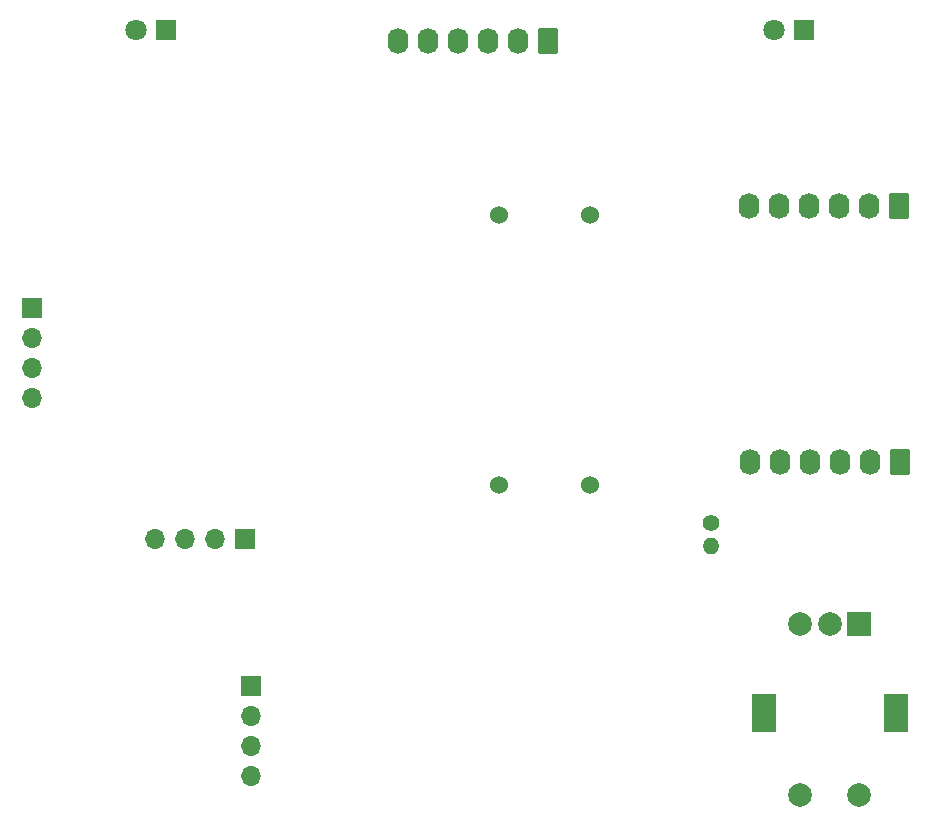
<source format=gbr>
%TF.GenerationSoftware,KiCad,Pcbnew,(6.0.7-1)-1*%
%TF.CreationDate,2023-11-13T05:52:03+10:00*%
%TF.ProjectId,Simmeters Large Guage Replacement,53696d6d-6574-4657-9273-204c61726765,rev?*%
%TF.SameCoordinates,Original*%
%TF.FileFunction,Soldermask,Bot*%
%TF.FilePolarity,Negative*%
%FSLAX46Y46*%
G04 Gerber Fmt 4.6, Leading zero omitted, Abs format (unit mm)*
G04 Created by KiCad (PCBNEW (6.0.7-1)-1) date 2023-11-13 05:52:03*
%MOMM*%
%LPD*%
G01*
G04 APERTURE LIST*
G04 Aperture macros list*
%AMRoundRect*
0 Rectangle with rounded corners*
0 $1 Rounding radius*
0 $2 $3 $4 $5 $6 $7 $8 $9 X,Y pos of 4 corners*
0 Add a 4 corners polygon primitive as box body*
4,1,4,$2,$3,$4,$5,$6,$7,$8,$9,$2,$3,0*
0 Add four circle primitives for the rounded corners*
1,1,$1+$1,$2,$3*
1,1,$1+$1,$4,$5*
1,1,$1+$1,$6,$7*
1,1,$1+$1,$8,$9*
0 Add four rect primitives between the rounded corners*
20,1,$1+$1,$2,$3,$4,$5,0*
20,1,$1+$1,$4,$5,$6,$7,0*
20,1,$1+$1,$6,$7,$8,$9,0*
20,1,$1+$1,$8,$9,$2,$3,0*%
G04 Aperture macros list end*
%ADD10RoundRect,0.250000X0.620000X0.845000X-0.620000X0.845000X-0.620000X-0.845000X0.620000X-0.845000X0*%
%ADD11O,1.740000X2.190000*%
%ADD12O,1.700000X1.700000*%
%ADD13R,1.700000X1.700000*%
%ADD14C,1.524000*%
%ADD15R,2.000000X2.000000*%
%ADD16C,2.000000*%
%ADD17R,2.000000X3.200000*%
%ADD18C,1.400000*%
%ADD19O,1.400000X1.400000*%
%ADD20R,1.800000X1.800000*%
%ADD21C,1.800000*%
G04 APERTURE END LIST*
D10*
%TO.C,J1*%
X186673500Y-74674600D03*
D11*
X184133500Y-74674600D03*
X181593500Y-74674600D03*
X179053500Y-74674600D03*
X176513500Y-74674600D03*
X173973500Y-74674600D03*
%TD*%
D12*
%TO.C,DS3*%
X161502500Y-136914600D03*
X161502500Y-134374600D03*
X161502500Y-131834600D03*
D13*
X161502500Y-129294600D03*
%TD*%
D12*
%TO.C,DS2*%
X153399500Y-116838600D03*
X155939500Y-116838600D03*
X158479500Y-116838600D03*
D13*
X161019500Y-116838600D03*
%TD*%
D12*
%TO.C,DS1*%
X142985500Y-104900600D03*
X142985500Y-102360600D03*
X142985500Y-99820600D03*
D13*
X142985500Y-97280600D03*
%TD*%
D14*
%TO.C,M1*%
X190245100Y-112269600D03*
X182545100Y-112269600D03*
X182545100Y-89419600D03*
X190245100Y-89419600D03*
%TD*%
D15*
%TO.C,SW1*%
X213015500Y-124054600D03*
D16*
X208015500Y-124054600D03*
X210515500Y-124054600D03*
D17*
X216115500Y-131554600D03*
X204915500Y-131554600D03*
D16*
X208015500Y-138554600D03*
X213015500Y-138554600D03*
%TD*%
D18*
%TO.C,R1*%
X200485500Y-115494600D03*
D19*
X200485500Y-117394600D03*
%TD*%
D10*
%TO.C,J2*%
X216391500Y-88664600D03*
D11*
X213851500Y-88664600D03*
X211311500Y-88664600D03*
X208771500Y-88664600D03*
X206231500Y-88664600D03*
X203691500Y-88664600D03*
%TD*%
D20*
%TO.C,D2*%
X154290500Y-73774600D03*
D21*
X151750500Y-73774600D03*
%TD*%
D10*
%TO.C,J3*%
X216485500Y-110284600D03*
D11*
X213945500Y-110284600D03*
X211405500Y-110284600D03*
X208865500Y-110284600D03*
X206325500Y-110284600D03*
X203785500Y-110284600D03*
%TD*%
D20*
%TO.C,D1*%
X208290500Y-73774600D03*
D21*
X205750500Y-73774600D03*
%TD*%
M02*

</source>
